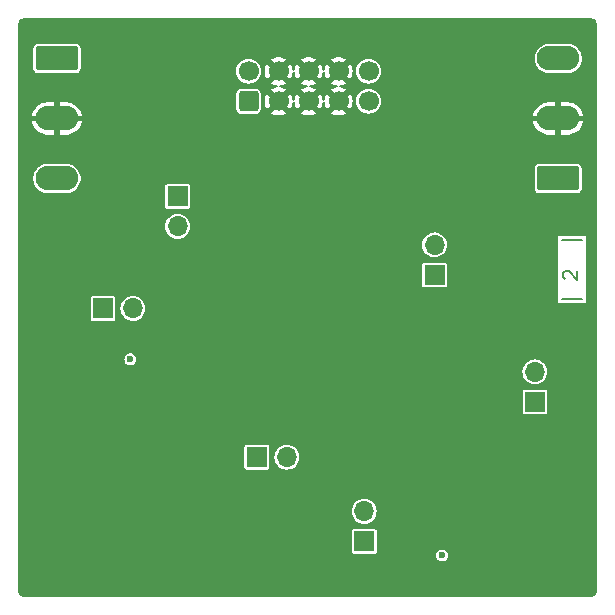
<source format=gbr>
%TF.GenerationSoftware,KiCad,Pcbnew,8.0.1*%
%TF.CreationDate,2024-07-21T18:07:33+02:00*%
%TF.ProjectId,byp,6279702e-6b69-4636-9164-5f7063625858,rev?*%
%TF.SameCoordinates,Original*%
%TF.FileFunction,Copper,L2,Inr*%
%TF.FilePolarity,Positive*%
%FSLAX46Y46*%
G04 Gerber Fmt 4.6, Leading zero omitted, Abs format (unit mm)*
G04 Created by KiCad (PCBNEW 8.0.1) date 2024-07-21 18:07:33*
%MOMM*%
%LPD*%
G01*
G04 APERTURE LIST*
G04 Aperture macros list*
%AMRoundRect*
0 Rectangle with rounded corners*
0 $1 Rounding radius*
0 $2 $3 $4 $5 $6 $7 $8 $9 X,Y pos of 4 corners*
0 Add a 4 corners polygon primitive as box body*
4,1,4,$2,$3,$4,$5,$6,$7,$8,$9,$2,$3,0*
0 Add four circle primitives for the rounded corners*
1,1,$1+$1,$2,$3*
1,1,$1+$1,$4,$5*
1,1,$1+$1,$6,$7*
1,1,$1+$1,$8,$9*
0 Add four rect primitives between the rounded corners*
20,1,$1+$1,$2,$3,$4,$5,0*
20,1,$1+$1,$4,$5,$6,$7,0*
20,1,$1+$1,$6,$7,$8,$9,0*
20,1,$1+$1,$8,$9,$2,$3,0*%
G04 Aperture macros list end*
%ADD10C,0.200000*%
%TA.AperFunction,NonConductor*%
%ADD11C,0.200000*%
%TD*%
%TA.AperFunction,ComponentPad*%
%ADD12R,1.700000X1.700000*%
%TD*%
%TA.AperFunction,ComponentPad*%
%ADD13O,1.700000X1.700000*%
%TD*%
%TA.AperFunction,ComponentPad*%
%ADD14RoundRect,0.249999X-1.550001X0.790001X-1.550001X-0.790001X1.550001X-0.790001X1.550001X0.790001X0*%
%TD*%
%TA.AperFunction,ComponentPad*%
%ADD15O,3.600000X2.080000*%
%TD*%
%TA.AperFunction,ComponentPad*%
%ADD16RoundRect,0.250000X0.600000X-0.600000X0.600000X0.600000X-0.600000X0.600000X-0.600000X-0.600000X0*%
%TD*%
%TA.AperFunction,ComponentPad*%
%ADD17C,1.700000*%
%TD*%
%TA.AperFunction,ComponentPad*%
%ADD18RoundRect,0.249999X1.550001X-0.790001X1.550001X0.790001X-1.550001X0.790001X-1.550001X-0.790001X0*%
%TD*%
%TA.AperFunction,ViaPad*%
%ADD19C,0.600000*%
%TD*%
G04 APERTURE END LIST*
D10*
D11*
X123242742Y-74296993D02*
X121528457Y-74296993D01*
X121757028Y-72582707D02*
X121699885Y-72525564D01*
X121699885Y-72525564D02*
X121642742Y-72411279D01*
X121642742Y-72411279D02*
X121642742Y-72125564D01*
X121642742Y-72125564D02*
X121699885Y-72011279D01*
X121699885Y-72011279D02*
X121757028Y-71954136D01*
X121757028Y-71954136D02*
X121871314Y-71896993D01*
X121871314Y-71896993D02*
X121985600Y-71896993D01*
X121985600Y-71896993D02*
X122157028Y-71954136D01*
X122157028Y-71954136D02*
X122842742Y-72639850D01*
X122842742Y-72639850D02*
X122842742Y-71896993D01*
X123242742Y-69268421D02*
X121528457Y-69268421D01*
D12*
%TO.N,/V-in*%
%TO.C,J6*%
X82675000Y-75075000D03*
D13*
%TO.N,/IN2*%
X85215000Y-75075000D03*
%TD*%
D12*
%TO.N,/OUT1*%
%TO.C,J5*%
X110750000Y-72250000D03*
D13*
%TO.N,Net-(J2-Pin_3)*%
X110750000Y-69710000D03*
%TD*%
D12*
%TO.N,/V+in*%
%TO.C,J4*%
X89000000Y-65600000D03*
D13*
%TO.N,/In1*%
X89000000Y-68140000D03*
%TD*%
D14*
%TO.N,/V+in*%
%TO.C,J1*%
X78777500Y-53920000D03*
D15*
%TO.N,GND*%
X78777500Y-59000000D03*
%TO.N,/V-in*%
X78777500Y-64080000D03*
%TD*%
D16*
%TO.N,/V-in*%
%TO.C,J3*%
X95000000Y-57540000D03*
D17*
X95000000Y-55000000D03*
%TO.N,GND*%
X97540000Y-57540000D03*
X97540000Y-55000000D03*
X100080000Y-57540000D03*
X100080000Y-55000000D03*
X102620000Y-57540000D03*
X102620000Y-55000000D03*
%TO.N,/V+in*%
X105160000Y-57540000D03*
X105160000Y-55000000D03*
%TD*%
D12*
%TO.N,/OUT3*%
%TO.C,J9*%
X119250000Y-83000000D03*
D13*
%TO.N,Net-(J2-Pin_1)*%
X119250000Y-80460000D03*
%TD*%
D12*
%TO.N,/OUT2*%
%TO.C,J7*%
X95710000Y-87675000D03*
D13*
%TO.N,Net-(J2-Pin_1)*%
X98250000Y-87675000D03*
%TD*%
D12*
%TO.N,/V-in*%
%TO.C,J8*%
X104800000Y-94800000D03*
D13*
%TO.N,/IN3*%
X104800000Y-92260000D03*
%TD*%
D18*
%TO.N,Net-(J2-Pin_1)*%
%TO.C,J2*%
X121222500Y-64080000D03*
D15*
%TO.N,GND*%
X121222500Y-59000000D03*
%TO.N,Net-(J2-Pin_3)*%
X121222500Y-53920000D03*
%TD*%
D19*
%TO.N,GND*%
X101500000Y-82500000D03*
X105000000Y-78500000D03*
X98500000Y-78500000D03*
X93000000Y-74000000D03*
X87500000Y-72000000D03*
X92000000Y-62000000D03*
X100500000Y-62000000D03*
X106000000Y-62000000D03*
X106000000Y-66000000D03*
X111500000Y-66000000D03*
X99500000Y-52500000D03*
X92500000Y-52500000D03*
X106000000Y-52500000D03*
X110500000Y-52500000D03*
X116500000Y-52500000D03*
X117000000Y-67000000D03*
X117000000Y-72000000D03*
X100500000Y-94000000D03*
X102000000Y-89000000D03*
X104500000Y-85000000D03*
X109000000Y-81000000D03*
X112000000Y-77000000D03*
X115800000Y-75600000D03*
X122500000Y-77000000D03*
X122500000Y-82000000D03*
X122500000Y-89000000D03*
X122500000Y-96000000D03*
X95500000Y-96000000D03*
X86000000Y-96000000D03*
X79000000Y-96000000D03*
X79000000Y-90000000D03*
X79000000Y-84000000D03*
X79000000Y-77500000D03*
X80000000Y-70000000D03*
X84500000Y-61500000D03*
X86500000Y-55500000D03*
X100000000Y-69600000D03*
X109500000Y-86750000D03*
X100500000Y-66350000D03*
X97700000Y-82575000D03*
X92200000Y-78325000D03*
X99200000Y-82575000D03*
X114250000Y-81500000D03*
X108000000Y-86750000D03*
X114250000Y-83250000D03*
X112500000Y-92500000D03*
X92200000Y-80075000D03*
X94200000Y-82575000D03*
X114250000Y-80000000D03*
X92200000Y-76825000D03*
X113500000Y-95500000D03*
X114250000Y-84750000D03*
X100500000Y-65100000D03*
X103000000Y-71600000D03*
X107500000Y-71600000D03*
X104000000Y-71600000D03*
X106500000Y-71600000D03*
X97750000Y-74350000D03*
X84950000Y-82075000D03*
X95700000Y-82575000D03*
%TO.N,/OUT2*%
X85000000Y-79400000D03*
%TO.N,/OUT3*%
X111400000Y-96000000D03*
%TD*%
%TA.AperFunction,Conductor*%
%TO.N,GND*%
G36*
X98849150Y-55065320D02*
G01*
X98895120Y-55105698D01*
X98908578Y-55147115D01*
X98915123Y-55217754D01*
X98974969Y-55428091D01*
X99072443Y-55623846D01*
X99085417Y-55641027D01*
X99597037Y-55129407D01*
X99614075Y-55192993D01*
X99679901Y-55307007D01*
X99772993Y-55400099D01*
X99887007Y-55465925D01*
X99950589Y-55482962D01*
X99441200Y-55992352D01*
X99551770Y-56060814D01*
X99551775Y-56060817D01*
X99755696Y-56139816D01*
X99931531Y-56172686D01*
X99985257Y-56201964D01*
X100011513Y-56257229D01*
X100000270Y-56317373D01*
X99955823Y-56359422D01*
X99931531Y-56367314D01*
X99755696Y-56400183D01*
X99551775Y-56479182D01*
X99551773Y-56479183D01*
X99441200Y-56547646D01*
X99950591Y-57057037D01*
X99887007Y-57074075D01*
X99772993Y-57139901D01*
X99679901Y-57232993D01*
X99614075Y-57347007D01*
X99597037Y-57410590D01*
X99085417Y-56898970D01*
X99072451Y-56916141D01*
X99072442Y-56916156D01*
X98974969Y-57111908D01*
X98915123Y-57322245D01*
X98908578Y-57392884D01*
X98884382Y-57449082D01*
X98831774Y-57480325D01*
X98770850Y-57474679D01*
X98724880Y-57434301D01*
X98711422Y-57392884D01*
X98704876Y-57322245D01*
X98645030Y-57111908D01*
X98547557Y-56916155D01*
X98547551Y-56916145D01*
X98534581Y-56898971D01*
X98022962Y-57410589D01*
X98005925Y-57347007D01*
X97940099Y-57232993D01*
X97847007Y-57139901D01*
X97732993Y-57074075D01*
X97669407Y-57057036D01*
X98178797Y-56547647D01*
X98068222Y-56479182D01*
X97864303Y-56400183D01*
X97688468Y-56367314D01*
X97634742Y-56338036D01*
X97608486Y-56282771D01*
X97619729Y-56222627D01*
X97664176Y-56180578D01*
X97688468Y-56172686D01*
X97864303Y-56139816D01*
X98068226Y-56060816D01*
X98068232Y-56060813D01*
X98178798Y-55992352D01*
X97669408Y-55482962D01*
X97732993Y-55465925D01*
X97847007Y-55400099D01*
X97940099Y-55307007D01*
X98005925Y-55192993D01*
X98022962Y-55129408D01*
X98534581Y-55641027D01*
X98547551Y-55623854D01*
X98547555Y-55623848D01*
X98645030Y-55428091D01*
X98704876Y-55217754D01*
X98711422Y-55147115D01*
X98735618Y-55090917D01*
X98788226Y-55059674D01*
X98849150Y-55065320D01*
G37*
%TD.AperFunction*%
%TA.AperFunction,Conductor*%
G36*
X101389150Y-55065320D02*
G01*
X101435120Y-55105698D01*
X101448578Y-55147115D01*
X101455123Y-55217754D01*
X101514969Y-55428091D01*
X101612443Y-55623846D01*
X101625417Y-55641027D01*
X102137037Y-55129407D01*
X102154075Y-55192993D01*
X102219901Y-55307007D01*
X102312993Y-55400099D01*
X102427007Y-55465925D01*
X102490589Y-55482962D01*
X101981200Y-55992352D01*
X102091770Y-56060814D01*
X102091775Y-56060817D01*
X102295696Y-56139816D01*
X102471531Y-56172686D01*
X102525257Y-56201964D01*
X102551513Y-56257229D01*
X102540270Y-56317373D01*
X102495823Y-56359422D01*
X102471531Y-56367314D01*
X102295696Y-56400183D01*
X102091775Y-56479182D01*
X102091773Y-56479183D01*
X101981200Y-56547646D01*
X102490591Y-57057037D01*
X102427007Y-57074075D01*
X102312993Y-57139901D01*
X102219901Y-57232993D01*
X102154075Y-57347007D01*
X102137037Y-57410590D01*
X101625417Y-56898970D01*
X101612451Y-56916141D01*
X101612442Y-56916156D01*
X101514969Y-57111908D01*
X101455123Y-57322245D01*
X101448578Y-57392884D01*
X101424382Y-57449082D01*
X101371774Y-57480325D01*
X101310850Y-57474679D01*
X101264880Y-57434301D01*
X101251422Y-57392884D01*
X101244876Y-57322245D01*
X101185030Y-57111908D01*
X101087557Y-56916155D01*
X101087551Y-56916145D01*
X101074581Y-56898971D01*
X100562962Y-57410589D01*
X100545925Y-57347007D01*
X100480099Y-57232993D01*
X100387007Y-57139901D01*
X100272993Y-57074075D01*
X100209407Y-57057036D01*
X100718797Y-56547647D01*
X100608222Y-56479182D01*
X100404303Y-56400183D01*
X100228468Y-56367314D01*
X100174742Y-56338036D01*
X100148486Y-56282771D01*
X100159729Y-56222627D01*
X100204176Y-56180578D01*
X100228468Y-56172686D01*
X100404303Y-56139816D01*
X100608226Y-56060816D01*
X100608232Y-56060813D01*
X100718798Y-55992352D01*
X100209408Y-55482962D01*
X100272993Y-55465925D01*
X100387007Y-55400099D01*
X100480099Y-55307007D01*
X100545925Y-55192993D01*
X100562962Y-55129408D01*
X101074581Y-55641027D01*
X101087551Y-55623854D01*
X101087555Y-55623848D01*
X101185030Y-55428091D01*
X101244876Y-55217754D01*
X101251422Y-55147115D01*
X101275618Y-55090917D01*
X101328226Y-55059674D01*
X101389150Y-55065320D01*
G37*
%TD.AperFunction*%
%TA.AperFunction,Conductor*%
G36*
X124005512Y-50501121D02*
G01*
X124100073Y-50511775D01*
X124121669Y-50516705D01*
X124206202Y-50546283D01*
X124226168Y-50555899D01*
X124264079Y-50579720D01*
X124301987Y-50603540D01*
X124319319Y-50617361D01*
X124382638Y-50680680D01*
X124396459Y-50698012D01*
X124444098Y-50773828D01*
X124453718Y-50793803D01*
X124483293Y-50878326D01*
X124488225Y-50899938D01*
X124498877Y-50994470D01*
X124499500Y-51005555D01*
X124499500Y-98994444D01*
X124498877Y-99005529D01*
X124488225Y-99100061D01*
X124483293Y-99121673D01*
X124453718Y-99206196D01*
X124444098Y-99226171D01*
X124396459Y-99301987D01*
X124382638Y-99319319D01*
X124319319Y-99382638D01*
X124301987Y-99396459D01*
X124226171Y-99444098D01*
X124206196Y-99453718D01*
X124121673Y-99483293D01*
X124100061Y-99488225D01*
X124005529Y-99498877D01*
X123994444Y-99499500D01*
X76005556Y-99499500D01*
X75994471Y-99498877D01*
X75899938Y-99488225D01*
X75878326Y-99483293D01*
X75793803Y-99453718D01*
X75773828Y-99444098D01*
X75698012Y-99396459D01*
X75680680Y-99382638D01*
X75617361Y-99319319D01*
X75603540Y-99301987D01*
X75555901Y-99226171D01*
X75546283Y-99206202D01*
X75516705Y-99121669D01*
X75511775Y-99100073D01*
X75501121Y-99005512D01*
X75500500Y-98994444D01*
X75500500Y-96000002D01*
X110894353Y-96000002D01*
X110914834Y-96142456D01*
X110974622Y-96273371D01*
X110974623Y-96273373D01*
X111068872Y-96382143D01*
X111068873Y-96382144D01*
X111189942Y-96459950D01*
X111189947Y-96459953D01*
X111296403Y-96491211D01*
X111328035Y-96500499D01*
X111328036Y-96500499D01*
X111328039Y-96500500D01*
X111328041Y-96500500D01*
X111471959Y-96500500D01*
X111471961Y-96500500D01*
X111610053Y-96459953D01*
X111731128Y-96382143D01*
X111825377Y-96273373D01*
X111885165Y-96142457D01*
X111905647Y-96000000D01*
X111885165Y-95857543D01*
X111825377Y-95726627D01*
X111731128Y-95617857D01*
X111731127Y-95617856D01*
X111731126Y-95617855D01*
X111610057Y-95540049D01*
X111610054Y-95540047D01*
X111610053Y-95540047D01*
X111610050Y-95540046D01*
X111471964Y-95499500D01*
X111471961Y-95499500D01*
X111328039Y-95499500D01*
X111328035Y-95499500D01*
X111189949Y-95540046D01*
X111189942Y-95540049D01*
X111068873Y-95617855D01*
X110974622Y-95726628D01*
X110914834Y-95857543D01*
X110894353Y-95999997D01*
X110894353Y-96000002D01*
X75500500Y-96000002D01*
X75500500Y-95669746D01*
X103749500Y-95669746D01*
X103749501Y-95669758D01*
X103760814Y-95726627D01*
X103761133Y-95728231D01*
X103805448Y-95794552D01*
X103871769Y-95838867D01*
X103916231Y-95847711D01*
X103930241Y-95850498D01*
X103930246Y-95850498D01*
X103930252Y-95850500D01*
X103930253Y-95850500D01*
X105669747Y-95850500D01*
X105669748Y-95850500D01*
X105728231Y-95838867D01*
X105794552Y-95794552D01*
X105838867Y-95728231D01*
X105850500Y-95669748D01*
X105850500Y-93930252D01*
X105838867Y-93871769D01*
X105794552Y-93805448D01*
X105794548Y-93805445D01*
X105728233Y-93761134D01*
X105728231Y-93761133D01*
X105728228Y-93761132D01*
X105728227Y-93761132D01*
X105669758Y-93749501D01*
X105669748Y-93749500D01*
X103930252Y-93749500D01*
X103930251Y-93749500D01*
X103930241Y-93749501D01*
X103871772Y-93761132D01*
X103871766Y-93761134D01*
X103805451Y-93805445D01*
X103805445Y-93805451D01*
X103761134Y-93871766D01*
X103761132Y-93871772D01*
X103749501Y-93930241D01*
X103749500Y-93930253D01*
X103749500Y-95669746D01*
X75500500Y-95669746D01*
X75500500Y-92260003D01*
X103744417Y-92260003D01*
X103764698Y-92465929D01*
X103764699Y-92465934D01*
X103824768Y-92663954D01*
X103922316Y-92846452D01*
X104053585Y-93006404D01*
X104053590Y-93006410D01*
X104053595Y-93006414D01*
X104213547Y-93137683D01*
X104213548Y-93137683D01*
X104213550Y-93137685D01*
X104396046Y-93235232D01*
X104533997Y-93277078D01*
X104594065Y-93295300D01*
X104594070Y-93295301D01*
X104799997Y-93315583D01*
X104800000Y-93315583D01*
X104800003Y-93315583D01*
X105005929Y-93295301D01*
X105005934Y-93295300D01*
X105203954Y-93235232D01*
X105386450Y-93137685D01*
X105546410Y-93006410D01*
X105677685Y-92846450D01*
X105775232Y-92663954D01*
X105835300Y-92465934D01*
X105835301Y-92465929D01*
X105855583Y-92260003D01*
X105855583Y-92259996D01*
X105835301Y-92054070D01*
X105835300Y-92054065D01*
X105817078Y-91993997D01*
X105775232Y-91856046D01*
X105677685Y-91673550D01*
X105546410Y-91513590D01*
X105546404Y-91513585D01*
X105386452Y-91382316D01*
X105203954Y-91284768D01*
X105005934Y-91224699D01*
X105005929Y-91224698D01*
X104800003Y-91204417D01*
X104799997Y-91204417D01*
X104594070Y-91224698D01*
X104594065Y-91224699D01*
X104396045Y-91284768D01*
X104213547Y-91382316D01*
X104053595Y-91513585D01*
X104053585Y-91513595D01*
X103922316Y-91673547D01*
X103824768Y-91856045D01*
X103764699Y-92054065D01*
X103764698Y-92054070D01*
X103744417Y-92259996D01*
X103744417Y-92260003D01*
X75500500Y-92260003D01*
X75500500Y-88544746D01*
X94659500Y-88544746D01*
X94659501Y-88544758D01*
X94671132Y-88603227D01*
X94671134Y-88603233D01*
X94715445Y-88669548D01*
X94715448Y-88669552D01*
X94781769Y-88713867D01*
X94826231Y-88722711D01*
X94840241Y-88725498D01*
X94840246Y-88725498D01*
X94840252Y-88725500D01*
X94840253Y-88725500D01*
X96579747Y-88725500D01*
X96579748Y-88725500D01*
X96638231Y-88713867D01*
X96704552Y-88669552D01*
X96748867Y-88603231D01*
X96760500Y-88544748D01*
X96760500Y-87675003D01*
X97194417Y-87675003D01*
X97214698Y-87880929D01*
X97214699Y-87880934D01*
X97274768Y-88078954D01*
X97372316Y-88261452D01*
X97503585Y-88421404D01*
X97503590Y-88421410D01*
X97503595Y-88421414D01*
X97663547Y-88552683D01*
X97663548Y-88552683D01*
X97663550Y-88552685D01*
X97846046Y-88650232D01*
X97983997Y-88692078D01*
X98044065Y-88710300D01*
X98044070Y-88710301D01*
X98249997Y-88730583D01*
X98250000Y-88730583D01*
X98250003Y-88730583D01*
X98455929Y-88710301D01*
X98455934Y-88710300D01*
X98653954Y-88650232D01*
X98836450Y-88552685D01*
X98996410Y-88421410D01*
X99127685Y-88261450D01*
X99225232Y-88078954D01*
X99285300Y-87880934D01*
X99285301Y-87880929D01*
X99305583Y-87675003D01*
X99305583Y-87674996D01*
X99285301Y-87469070D01*
X99285300Y-87469065D01*
X99267078Y-87408997D01*
X99225232Y-87271046D01*
X99127685Y-87088550D01*
X98996410Y-86928590D01*
X98846123Y-86805253D01*
X98836452Y-86797316D01*
X98653954Y-86699768D01*
X98455934Y-86639699D01*
X98455929Y-86639698D01*
X98250003Y-86619417D01*
X98249997Y-86619417D01*
X98044070Y-86639698D01*
X98044065Y-86639699D01*
X97846045Y-86699768D01*
X97663547Y-86797316D01*
X97503595Y-86928585D01*
X97503585Y-86928595D01*
X97372316Y-87088547D01*
X97274768Y-87271045D01*
X97214699Y-87469065D01*
X97214698Y-87469070D01*
X97194417Y-87674996D01*
X97194417Y-87675003D01*
X96760500Y-87675003D01*
X96760500Y-86805252D01*
X96758921Y-86797316D01*
X96757711Y-86791231D01*
X96748867Y-86746769D01*
X96704552Y-86680448D01*
X96704548Y-86680445D01*
X96638233Y-86636134D01*
X96638231Y-86636133D01*
X96638228Y-86636132D01*
X96638227Y-86636132D01*
X96579758Y-86624501D01*
X96579748Y-86624500D01*
X94840252Y-86624500D01*
X94840251Y-86624500D01*
X94840241Y-86624501D01*
X94781772Y-86636132D01*
X94781766Y-86636134D01*
X94715451Y-86680445D01*
X94715445Y-86680451D01*
X94671134Y-86746766D01*
X94671132Y-86746772D01*
X94659501Y-86805241D01*
X94659500Y-86805253D01*
X94659500Y-88544746D01*
X75500500Y-88544746D01*
X75500500Y-83869746D01*
X118199500Y-83869746D01*
X118199501Y-83869758D01*
X118211132Y-83928227D01*
X118211133Y-83928231D01*
X118255448Y-83994552D01*
X118321769Y-84038867D01*
X118366231Y-84047711D01*
X118380241Y-84050498D01*
X118380246Y-84050498D01*
X118380252Y-84050500D01*
X118380253Y-84050500D01*
X120119747Y-84050500D01*
X120119748Y-84050500D01*
X120178231Y-84038867D01*
X120244552Y-83994552D01*
X120288867Y-83928231D01*
X120300500Y-83869748D01*
X120300500Y-82130252D01*
X120288867Y-82071769D01*
X120244552Y-82005448D01*
X120244548Y-82005445D01*
X120178233Y-81961134D01*
X120178231Y-81961133D01*
X120178228Y-81961132D01*
X120178227Y-81961132D01*
X120119758Y-81949501D01*
X120119748Y-81949500D01*
X118380252Y-81949500D01*
X118380251Y-81949500D01*
X118380241Y-81949501D01*
X118321772Y-81961132D01*
X118321766Y-81961134D01*
X118255451Y-82005445D01*
X118255445Y-82005451D01*
X118211134Y-82071766D01*
X118211132Y-82071772D01*
X118199501Y-82130241D01*
X118199500Y-82130253D01*
X118199500Y-83869746D01*
X75500500Y-83869746D01*
X75500500Y-80460003D01*
X118194417Y-80460003D01*
X118214698Y-80665929D01*
X118214699Y-80665934D01*
X118274768Y-80863954D01*
X118372316Y-81046452D01*
X118503585Y-81206404D01*
X118503590Y-81206410D01*
X118503595Y-81206414D01*
X118663547Y-81337683D01*
X118663548Y-81337683D01*
X118663550Y-81337685D01*
X118846046Y-81435232D01*
X118983997Y-81477078D01*
X119044065Y-81495300D01*
X119044070Y-81495301D01*
X119249997Y-81515583D01*
X119250000Y-81515583D01*
X119250003Y-81515583D01*
X119455929Y-81495301D01*
X119455934Y-81495300D01*
X119653954Y-81435232D01*
X119836450Y-81337685D01*
X119996410Y-81206410D01*
X120127685Y-81046450D01*
X120225232Y-80863954D01*
X120285300Y-80665934D01*
X120285301Y-80665929D01*
X120305583Y-80460003D01*
X120305583Y-80459996D01*
X120285301Y-80254070D01*
X120285300Y-80254065D01*
X120267078Y-80193997D01*
X120225232Y-80056046D01*
X120127685Y-79873550D01*
X120116526Y-79859953D01*
X119996414Y-79713595D01*
X119996410Y-79713590D01*
X119947403Y-79673371D01*
X119836452Y-79582316D01*
X119653954Y-79484768D01*
X119455934Y-79424699D01*
X119455929Y-79424698D01*
X119250003Y-79404417D01*
X119249997Y-79404417D01*
X119044070Y-79424698D01*
X119044065Y-79424699D01*
X118846045Y-79484768D01*
X118663547Y-79582316D01*
X118503595Y-79713585D01*
X118503585Y-79713595D01*
X118372316Y-79873547D01*
X118274768Y-80056045D01*
X118214699Y-80254065D01*
X118214698Y-80254070D01*
X118194417Y-80459996D01*
X118194417Y-80460003D01*
X75500500Y-80460003D01*
X75500500Y-79400002D01*
X84494353Y-79400002D01*
X84514834Y-79542456D01*
X84533038Y-79582316D01*
X84574623Y-79673373D01*
X84668872Y-79782143D01*
X84668873Y-79782144D01*
X84789942Y-79859950D01*
X84789947Y-79859953D01*
X84896403Y-79891211D01*
X84928035Y-79900499D01*
X84928036Y-79900499D01*
X84928039Y-79900500D01*
X84928041Y-79900500D01*
X85071959Y-79900500D01*
X85071961Y-79900500D01*
X85210053Y-79859953D01*
X85331128Y-79782143D01*
X85425377Y-79673373D01*
X85485165Y-79542457D01*
X85505647Y-79400000D01*
X85485165Y-79257543D01*
X85425377Y-79126627D01*
X85331128Y-79017857D01*
X85331127Y-79017856D01*
X85331126Y-79017855D01*
X85210057Y-78940049D01*
X85210054Y-78940047D01*
X85210053Y-78940047D01*
X85210050Y-78940046D01*
X85071964Y-78899500D01*
X85071961Y-78899500D01*
X84928039Y-78899500D01*
X84928035Y-78899500D01*
X84789949Y-78940046D01*
X84789942Y-78940049D01*
X84668873Y-79017855D01*
X84574622Y-79126628D01*
X84514834Y-79257543D01*
X84494353Y-79399997D01*
X84494353Y-79400002D01*
X75500500Y-79400002D01*
X75500500Y-75944746D01*
X81624500Y-75944746D01*
X81624501Y-75944758D01*
X81636132Y-76003227D01*
X81636134Y-76003233D01*
X81680445Y-76069548D01*
X81680448Y-76069552D01*
X81746769Y-76113867D01*
X81791231Y-76122711D01*
X81805241Y-76125498D01*
X81805246Y-76125498D01*
X81805252Y-76125500D01*
X81805253Y-76125500D01*
X83544747Y-76125500D01*
X83544748Y-76125500D01*
X83603231Y-76113867D01*
X83669552Y-76069552D01*
X83713867Y-76003231D01*
X83725500Y-75944748D01*
X83725500Y-75075003D01*
X84159417Y-75075003D01*
X84179698Y-75280929D01*
X84179699Y-75280934D01*
X84239768Y-75478954D01*
X84337316Y-75661452D01*
X84468585Y-75821404D01*
X84468590Y-75821410D01*
X84468595Y-75821414D01*
X84628547Y-75952683D01*
X84628548Y-75952683D01*
X84628550Y-75952685D01*
X84811046Y-76050232D01*
X84948997Y-76092078D01*
X85009065Y-76110300D01*
X85009070Y-76110301D01*
X85214997Y-76130583D01*
X85215000Y-76130583D01*
X85215003Y-76130583D01*
X85420929Y-76110301D01*
X85420934Y-76110300D01*
X85618954Y-76050232D01*
X85801450Y-75952685D01*
X85961410Y-75821410D01*
X86092685Y-75661450D01*
X86190232Y-75478954D01*
X86250300Y-75280934D01*
X86250301Y-75280929D01*
X86270583Y-75075003D01*
X86270583Y-75074996D01*
X86250301Y-74869070D01*
X86250300Y-74869065D01*
X86232078Y-74808997D01*
X86190232Y-74671046D01*
X86092685Y-74488550D01*
X85961410Y-74328590D01*
X85811123Y-74205253D01*
X85801452Y-74197316D01*
X85618954Y-74099768D01*
X85420934Y-74039699D01*
X85420929Y-74039698D01*
X85215003Y-74019417D01*
X85214997Y-74019417D01*
X85009070Y-74039698D01*
X85009065Y-74039699D01*
X84811045Y-74099768D01*
X84628547Y-74197316D01*
X84468595Y-74328585D01*
X84468585Y-74328595D01*
X84337316Y-74488547D01*
X84239768Y-74671045D01*
X84179699Y-74869065D01*
X84179698Y-74869070D01*
X84159417Y-75074996D01*
X84159417Y-75075003D01*
X83725500Y-75075003D01*
X83725500Y-74205252D01*
X83723921Y-74197316D01*
X83722711Y-74191231D01*
X83713867Y-74146769D01*
X83669552Y-74080448D01*
X83669548Y-74080445D01*
X83603233Y-74036134D01*
X83603231Y-74036133D01*
X83603228Y-74036132D01*
X83603227Y-74036132D01*
X83544758Y-74024501D01*
X83544748Y-74024500D01*
X81805252Y-74024500D01*
X81805251Y-74024500D01*
X81805241Y-74024501D01*
X81746772Y-74036132D01*
X81746766Y-74036134D01*
X81680451Y-74080445D01*
X81680445Y-74080451D01*
X81636134Y-74146766D01*
X81636132Y-74146772D01*
X81624501Y-74205241D01*
X81624500Y-74205253D01*
X81624500Y-75944746D01*
X75500500Y-75944746D01*
X75500500Y-73119746D01*
X109699500Y-73119746D01*
X109699501Y-73119758D01*
X109711132Y-73178227D01*
X109711133Y-73178231D01*
X109755448Y-73244552D01*
X109821769Y-73288867D01*
X109866231Y-73297711D01*
X109880241Y-73300498D01*
X109880246Y-73300498D01*
X109880252Y-73300500D01*
X109880253Y-73300500D01*
X111619747Y-73300500D01*
X111619748Y-73300500D01*
X111678231Y-73288867D01*
X111744552Y-73244552D01*
X111788867Y-73178231D01*
X111800500Y-73119748D01*
X111800500Y-71380252D01*
X111788867Y-71321769D01*
X111744552Y-71255448D01*
X111744548Y-71255445D01*
X111678233Y-71211134D01*
X111678231Y-71211133D01*
X111678228Y-71211132D01*
X111678227Y-71211132D01*
X111619758Y-71199501D01*
X111619748Y-71199500D01*
X109880252Y-71199500D01*
X109880251Y-71199500D01*
X109880241Y-71199501D01*
X109821772Y-71211132D01*
X109821766Y-71211134D01*
X109755451Y-71255445D01*
X109755445Y-71255451D01*
X109711134Y-71321766D01*
X109711132Y-71321772D01*
X109699501Y-71380241D01*
X109699500Y-71380253D01*
X109699500Y-73119746D01*
X75500500Y-73119746D01*
X75500500Y-69710003D01*
X109694417Y-69710003D01*
X109714698Y-69915929D01*
X109714699Y-69915934D01*
X109774768Y-70113954D01*
X109872316Y-70296452D01*
X110003585Y-70456404D01*
X110003590Y-70456410D01*
X110003595Y-70456414D01*
X110163547Y-70587683D01*
X110163548Y-70587683D01*
X110163550Y-70587685D01*
X110346046Y-70685232D01*
X110483997Y-70727078D01*
X110544065Y-70745300D01*
X110544070Y-70745301D01*
X110749997Y-70765583D01*
X110750000Y-70765583D01*
X110750003Y-70765583D01*
X110955929Y-70745301D01*
X110955934Y-70745300D01*
X111153954Y-70685232D01*
X111336450Y-70587685D01*
X111496410Y-70456410D01*
X111627685Y-70296450D01*
X111725232Y-70113954D01*
X111785300Y-69915934D01*
X111785301Y-69915929D01*
X111805583Y-69710003D01*
X111805583Y-69709996D01*
X111785301Y-69504070D01*
X111785300Y-69504065D01*
X111767078Y-69443997D01*
X111725232Y-69306046D01*
X111627685Y-69123550D01*
X111496410Y-68963590D01*
X111495595Y-68962921D01*
X121222957Y-68962921D01*
X121222957Y-74602493D01*
X121222958Y-74602493D01*
X123548241Y-74602493D01*
X123548242Y-74602493D01*
X123548242Y-68962921D01*
X121222957Y-68962921D01*
X111495595Y-68962921D01*
X111336452Y-68832316D01*
X111153954Y-68734768D01*
X110955934Y-68674699D01*
X110955929Y-68674698D01*
X110750003Y-68654417D01*
X110749997Y-68654417D01*
X110544070Y-68674698D01*
X110544065Y-68674699D01*
X110346045Y-68734768D01*
X110163547Y-68832316D01*
X110003595Y-68963585D01*
X110003585Y-68963595D01*
X109872316Y-69123547D01*
X109774768Y-69306045D01*
X109714699Y-69504065D01*
X109714698Y-69504070D01*
X109694417Y-69709996D01*
X109694417Y-69710003D01*
X75500500Y-69710003D01*
X75500500Y-68140003D01*
X87944417Y-68140003D01*
X87964698Y-68345929D01*
X87964699Y-68345934D01*
X88024768Y-68543954D01*
X88122316Y-68726452D01*
X88209196Y-68832316D01*
X88253590Y-68886410D01*
X88253595Y-68886414D01*
X88413547Y-69017683D01*
X88413548Y-69017683D01*
X88413550Y-69017685D01*
X88596046Y-69115232D01*
X88733997Y-69157078D01*
X88794065Y-69175300D01*
X88794070Y-69175301D01*
X88999997Y-69195583D01*
X89000000Y-69195583D01*
X89000003Y-69195583D01*
X89205929Y-69175301D01*
X89205934Y-69175300D01*
X89403954Y-69115232D01*
X89586450Y-69017685D01*
X89746410Y-68886410D01*
X89877685Y-68726450D01*
X89975232Y-68543954D01*
X90035300Y-68345934D01*
X90035301Y-68345929D01*
X90055583Y-68140003D01*
X90055583Y-68139996D01*
X90035301Y-67934070D01*
X90035300Y-67934065D01*
X90017078Y-67873997D01*
X89975232Y-67736046D01*
X89877685Y-67553550D01*
X89746410Y-67393590D01*
X89746404Y-67393585D01*
X89586452Y-67262316D01*
X89403954Y-67164768D01*
X89205934Y-67104699D01*
X89205929Y-67104698D01*
X89000003Y-67084417D01*
X88999997Y-67084417D01*
X88794070Y-67104698D01*
X88794065Y-67104699D01*
X88596045Y-67164768D01*
X88413547Y-67262316D01*
X88253595Y-67393585D01*
X88253585Y-67393595D01*
X88122316Y-67553547D01*
X88024768Y-67736045D01*
X87964699Y-67934065D01*
X87964698Y-67934070D01*
X87944417Y-68139996D01*
X87944417Y-68140003D01*
X75500500Y-68140003D01*
X75500500Y-66469746D01*
X87949500Y-66469746D01*
X87949501Y-66469758D01*
X87961132Y-66528227D01*
X87961133Y-66528231D01*
X88005448Y-66594552D01*
X88071769Y-66638867D01*
X88116231Y-66647711D01*
X88130241Y-66650498D01*
X88130246Y-66650498D01*
X88130252Y-66650500D01*
X88130253Y-66650500D01*
X89869747Y-66650500D01*
X89869748Y-66650500D01*
X89928231Y-66638867D01*
X89994552Y-66594552D01*
X90038867Y-66528231D01*
X90050500Y-66469748D01*
X90050500Y-64924267D01*
X119222000Y-64924267D01*
X119224853Y-64954696D01*
X119224853Y-64954698D01*
X119224854Y-64954700D01*
X119249872Y-65026198D01*
X119269708Y-65082886D01*
X119350345Y-65192145D01*
X119350354Y-65192154D01*
X119459615Y-65272792D01*
X119459616Y-65272792D01*
X119459617Y-65272793D01*
X119587800Y-65317646D01*
X119618233Y-65320500D01*
X122826766Y-65320499D01*
X122826767Y-65320499D01*
X122832852Y-65319928D01*
X122857200Y-65317646D01*
X122985383Y-65272793D01*
X122985386Y-65272791D01*
X123094645Y-65192154D01*
X123094646Y-65192152D01*
X123094650Y-65192150D01*
X123175293Y-65082883D01*
X123220146Y-64954700D01*
X123223000Y-64924267D01*
X123222999Y-63235734D01*
X123220146Y-63205300D01*
X123175293Y-63077117D01*
X123175291Y-63077115D01*
X123175291Y-63077113D01*
X123094654Y-62967854D01*
X123094645Y-62967845D01*
X122985384Y-62887207D01*
X122857204Y-62842355D01*
X122857195Y-62842353D01*
X122826774Y-62839500D01*
X119618232Y-62839500D01*
X119587803Y-62842353D01*
X119459613Y-62887208D01*
X119350354Y-62967845D01*
X119350345Y-62967854D01*
X119269707Y-63077115D01*
X119224855Y-63205295D01*
X119224853Y-63205304D01*
X119222000Y-63235724D01*
X119222000Y-64924267D01*
X90050500Y-64924267D01*
X90050500Y-64730252D01*
X90050482Y-64730164D01*
X90047711Y-64716231D01*
X90038867Y-64671769D01*
X89994552Y-64605448D01*
X89994548Y-64605445D01*
X89928233Y-64561134D01*
X89928231Y-64561133D01*
X89928228Y-64561132D01*
X89928227Y-64561132D01*
X89869758Y-64549501D01*
X89869748Y-64549500D01*
X88130252Y-64549500D01*
X88130251Y-64549500D01*
X88130241Y-64549501D01*
X88071772Y-64561132D01*
X88071766Y-64561134D01*
X88005451Y-64605445D01*
X88005445Y-64605451D01*
X87961134Y-64671766D01*
X87961132Y-64671772D01*
X87949501Y-64730241D01*
X87949500Y-64730253D01*
X87949500Y-66469746D01*
X75500500Y-66469746D01*
X75500500Y-64177632D01*
X76777000Y-64177632D01*
X76807544Y-64370481D01*
X76867882Y-64556185D01*
X76926776Y-64671772D01*
X76956529Y-64730164D01*
X77071299Y-64888132D01*
X77209368Y-65026201D01*
X77367336Y-65140971D01*
X77541313Y-65229617D01*
X77727016Y-65289955D01*
X77804158Y-65302173D01*
X77919868Y-65320500D01*
X77919871Y-65320500D01*
X79635132Y-65320500D01*
X79731556Y-65305227D01*
X79827984Y-65289955D01*
X80013687Y-65229617D01*
X80187664Y-65140971D01*
X80345632Y-65026201D01*
X80483701Y-64888132D01*
X80598471Y-64730164D01*
X80687117Y-64556187D01*
X80747455Y-64370484D01*
X80778000Y-64177629D01*
X80778000Y-63982371D01*
X80778000Y-63982367D01*
X80747455Y-63789518D01*
X80747455Y-63789516D01*
X80687117Y-63603813D01*
X80598471Y-63429836D01*
X80483701Y-63271868D01*
X80345632Y-63133799D01*
X80187664Y-63019029D01*
X80187663Y-63019028D01*
X80187661Y-63019027D01*
X80013685Y-62930382D01*
X79827981Y-62870044D01*
X79635132Y-62839500D01*
X79635129Y-62839500D01*
X77919871Y-62839500D01*
X77919868Y-62839500D01*
X77727018Y-62870044D01*
X77541314Y-62930382D01*
X77367338Y-63019027D01*
X77288352Y-63076414D01*
X77209368Y-63133799D01*
X77071299Y-63271868D01*
X77013914Y-63350852D01*
X76956527Y-63429838D01*
X76867882Y-63603814D01*
X76807544Y-63789518D01*
X76777000Y-63982367D01*
X76777000Y-64177632D01*
X75500500Y-64177632D01*
X75500500Y-59250000D01*
X76670019Y-59250000D01*
X76681232Y-59320804D01*
X76747871Y-59525897D01*
X76845769Y-59718033D01*
X76972522Y-59892493D01*
X77125006Y-60044977D01*
X77299466Y-60171730D01*
X77491602Y-60269628D01*
X77696695Y-60336267D01*
X77909676Y-60370000D01*
X78527499Y-60370000D01*
X78527500Y-60369999D01*
X78527500Y-59654120D01*
X78573318Y-59673099D01*
X78708556Y-59700000D01*
X78846444Y-59700000D01*
X78981682Y-59673099D01*
X79027500Y-59654120D01*
X79027500Y-60369999D01*
X79027501Y-60370000D01*
X79645324Y-60370000D01*
X79858304Y-60336267D01*
X80063397Y-60269628D01*
X80255533Y-60171730D01*
X80429993Y-60044977D01*
X80582477Y-59892493D01*
X80709230Y-59718033D01*
X80807128Y-59525897D01*
X80873767Y-59320804D01*
X80884981Y-59250000D01*
X119115019Y-59250000D01*
X119126232Y-59320804D01*
X119192871Y-59525897D01*
X119290769Y-59718033D01*
X119417522Y-59892493D01*
X119570006Y-60044977D01*
X119744466Y-60171730D01*
X119936602Y-60269628D01*
X120141695Y-60336267D01*
X120354676Y-60370000D01*
X120972499Y-60370000D01*
X120972500Y-60369999D01*
X120972500Y-59654120D01*
X121018318Y-59673099D01*
X121153556Y-59700000D01*
X121291444Y-59700000D01*
X121426682Y-59673099D01*
X121472500Y-59654120D01*
X121472500Y-60369999D01*
X121472501Y-60370000D01*
X122090324Y-60370000D01*
X122303304Y-60336267D01*
X122508397Y-60269628D01*
X122700533Y-60171730D01*
X122874993Y-60044977D01*
X123027477Y-59892493D01*
X123154230Y-59718033D01*
X123252128Y-59525897D01*
X123318767Y-59320804D01*
X123329981Y-59250000D01*
X121876621Y-59250000D01*
X121895599Y-59204182D01*
X121922500Y-59068944D01*
X121922500Y-58931056D01*
X121895599Y-58795818D01*
X121876621Y-58750000D01*
X123329981Y-58750000D01*
X123318767Y-58679195D01*
X123252128Y-58474102D01*
X123154230Y-58281966D01*
X123027477Y-58107506D01*
X122874993Y-57955022D01*
X122700533Y-57828269D01*
X122508397Y-57730371D01*
X122303304Y-57663732D01*
X122090324Y-57630000D01*
X121472501Y-57630000D01*
X121472500Y-57630001D01*
X121472500Y-58345879D01*
X121426682Y-58326901D01*
X121291444Y-58300000D01*
X121153556Y-58300000D01*
X121018318Y-58326901D01*
X120972500Y-58345879D01*
X120972500Y-57630001D01*
X120972499Y-57630000D01*
X120354676Y-57630000D01*
X120141695Y-57663732D01*
X119936602Y-57730371D01*
X119744466Y-57828269D01*
X119570006Y-57955022D01*
X119417522Y-58107506D01*
X119290769Y-58281966D01*
X119192871Y-58474102D01*
X119126232Y-58679195D01*
X119115019Y-58750000D01*
X120568379Y-58750000D01*
X120549401Y-58795818D01*
X120522500Y-58931056D01*
X120522500Y-59068944D01*
X120549401Y-59204182D01*
X120568379Y-59250000D01*
X119115019Y-59250000D01*
X80884981Y-59250000D01*
X79431621Y-59250000D01*
X79450599Y-59204182D01*
X79477500Y-59068944D01*
X79477500Y-58931056D01*
X79450599Y-58795818D01*
X79431621Y-58750000D01*
X80884981Y-58750000D01*
X80873767Y-58679195D01*
X80807128Y-58474102D01*
X80709230Y-58281966D01*
X80645518Y-58194274D01*
X93949500Y-58194274D01*
X93952353Y-58224694D01*
X93952355Y-58224703D01*
X93997207Y-58352883D01*
X94077845Y-58462144D01*
X94077847Y-58462146D01*
X94077850Y-58462150D01*
X94077853Y-58462152D01*
X94077855Y-58462154D01*
X94187116Y-58542792D01*
X94187117Y-58542792D01*
X94187118Y-58542793D01*
X94315301Y-58587646D01*
X94345725Y-58590499D01*
X94345727Y-58590500D01*
X94345734Y-58590500D01*
X95654273Y-58590500D01*
X95654273Y-58590499D01*
X95684699Y-58587646D01*
X95812882Y-58542793D01*
X95922150Y-58462150D01*
X96002793Y-58352882D01*
X96047646Y-58224699D01*
X96050499Y-58194273D01*
X96050500Y-58194273D01*
X96050500Y-57540000D01*
X96354945Y-57540000D01*
X96375123Y-57757754D01*
X96434969Y-57968091D01*
X96532443Y-58163846D01*
X96545417Y-58181027D01*
X97057037Y-57669407D01*
X97074075Y-57732993D01*
X97139901Y-57847007D01*
X97232993Y-57940099D01*
X97347007Y-58005925D01*
X97410589Y-58022962D01*
X96901200Y-58532352D01*
X97011770Y-58600814D01*
X97011775Y-58600817D01*
X97215696Y-58679816D01*
X97430657Y-58720000D01*
X97649343Y-58720000D01*
X97864303Y-58679816D01*
X98068226Y-58600816D01*
X98068232Y-58600813D01*
X98178798Y-58532352D01*
X97669408Y-58022962D01*
X97732993Y-58005925D01*
X97847007Y-57940099D01*
X97940099Y-57847007D01*
X98005925Y-57732993D01*
X98022962Y-57669408D01*
X98534581Y-58181027D01*
X98547551Y-58163854D01*
X98547555Y-58163848D01*
X98645030Y-57968091D01*
X98704876Y-57757754D01*
X98711422Y-57687115D01*
X98735618Y-57630917D01*
X98788226Y-57599674D01*
X98849150Y-57605320D01*
X98895120Y-57645698D01*
X98908578Y-57687115D01*
X98915123Y-57757754D01*
X98974969Y-57968091D01*
X99072443Y-58163846D01*
X99085417Y-58181027D01*
X99597037Y-57669407D01*
X99614075Y-57732993D01*
X99679901Y-57847007D01*
X99772993Y-57940099D01*
X99887007Y-58005925D01*
X99950589Y-58022962D01*
X99441200Y-58532352D01*
X99551770Y-58600814D01*
X99551775Y-58600817D01*
X99755696Y-58679816D01*
X99970657Y-58720000D01*
X100189343Y-58720000D01*
X100404303Y-58679816D01*
X100608226Y-58600816D01*
X100608232Y-58600813D01*
X100718798Y-58532352D01*
X100209408Y-58022962D01*
X100272993Y-58005925D01*
X100387007Y-57940099D01*
X100480099Y-57847007D01*
X100545925Y-57732993D01*
X100562962Y-57669408D01*
X101074581Y-58181027D01*
X101087551Y-58163854D01*
X101087555Y-58163848D01*
X101185030Y-57968091D01*
X101244876Y-57757754D01*
X101251422Y-57687115D01*
X101275618Y-57630917D01*
X101328226Y-57599674D01*
X101389150Y-57605320D01*
X101435120Y-57645698D01*
X101448578Y-57687115D01*
X101455123Y-57757754D01*
X101514969Y-57968091D01*
X101612443Y-58163846D01*
X101625417Y-58181027D01*
X102137037Y-57669407D01*
X102154075Y-57732993D01*
X102219901Y-57847007D01*
X102312993Y-57940099D01*
X102427007Y-58005925D01*
X102490589Y-58022962D01*
X101981200Y-58532352D01*
X102091770Y-58600814D01*
X102091775Y-58600817D01*
X102295696Y-58679816D01*
X102510657Y-58720000D01*
X102729343Y-58720000D01*
X102944303Y-58679816D01*
X103148226Y-58600816D01*
X103148232Y-58600813D01*
X103258798Y-58532352D01*
X102749408Y-58022962D01*
X102812993Y-58005925D01*
X102927007Y-57940099D01*
X103020099Y-57847007D01*
X103085925Y-57732993D01*
X103102962Y-57669408D01*
X103614581Y-58181027D01*
X103627551Y-58163854D01*
X103627555Y-58163848D01*
X103725030Y-57968091D01*
X103784876Y-57757754D01*
X103805054Y-57540003D01*
X104104417Y-57540003D01*
X104124698Y-57745929D01*
X104124699Y-57745934D01*
X104184768Y-57943954D01*
X104282316Y-58126452D01*
X104409943Y-58281966D01*
X104413590Y-58286410D01*
X104413595Y-58286414D01*
X104573547Y-58417683D01*
X104573548Y-58417683D01*
X104573550Y-58417685D01*
X104756046Y-58515232D01*
X104846904Y-58542793D01*
X104954065Y-58575300D01*
X104954070Y-58575301D01*
X105159997Y-58595583D01*
X105160000Y-58595583D01*
X105160003Y-58595583D01*
X105365929Y-58575301D01*
X105365934Y-58575300D01*
X105563954Y-58515232D01*
X105746450Y-58417685D01*
X105906410Y-58286410D01*
X106037685Y-58126450D01*
X106135232Y-57943954D01*
X106195300Y-57745934D01*
X106195301Y-57745929D01*
X106215583Y-57540003D01*
X106215583Y-57539996D01*
X106195301Y-57334070D01*
X106195300Y-57334065D01*
X106136401Y-57139901D01*
X106135232Y-57136046D01*
X106037685Y-56953550D01*
X106006984Y-56916141D01*
X105906414Y-56793595D01*
X105906410Y-56793590D01*
X105906404Y-56793585D01*
X105746452Y-56662316D01*
X105563954Y-56564768D01*
X105365934Y-56504699D01*
X105365929Y-56504698D01*
X105160003Y-56484417D01*
X105159997Y-56484417D01*
X104954070Y-56504698D01*
X104954065Y-56504699D01*
X104756045Y-56564768D01*
X104573547Y-56662316D01*
X104413595Y-56793585D01*
X104413585Y-56793595D01*
X104282316Y-56953547D01*
X104184768Y-57136045D01*
X104124699Y-57334065D01*
X104124698Y-57334070D01*
X104104417Y-57539996D01*
X104104417Y-57540003D01*
X103805054Y-57540003D01*
X103805054Y-57540000D01*
X103784876Y-57322245D01*
X103725030Y-57111908D01*
X103627557Y-56916155D01*
X103627551Y-56916145D01*
X103614581Y-56898971D01*
X103102962Y-57410589D01*
X103085925Y-57347007D01*
X103020099Y-57232993D01*
X102927007Y-57139901D01*
X102812993Y-57074075D01*
X102749407Y-57057036D01*
X103258797Y-56547647D01*
X103148222Y-56479182D01*
X102944303Y-56400183D01*
X102768468Y-56367314D01*
X102714742Y-56338036D01*
X102688486Y-56282771D01*
X102699729Y-56222627D01*
X102744176Y-56180578D01*
X102768468Y-56172686D01*
X102944303Y-56139816D01*
X103148226Y-56060816D01*
X103148232Y-56060813D01*
X103258798Y-55992352D01*
X102749408Y-55482962D01*
X102812993Y-55465925D01*
X102927007Y-55400099D01*
X103020099Y-55307007D01*
X103085925Y-55192993D01*
X103102962Y-55129408D01*
X103614581Y-55641027D01*
X103627551Y-55623854D01*
X103627555Y-55623848D01*
X103725030Y-55428091D01*
X103784876Y-55217754D01*
X103805054Y-55000003D01*
X104104417Y-55000003D01*
X104124698Y-55205929D01*
X104124699Y-55205934D01*
X104184768Y-55403954D01*
X104282316Y-55586452D01*
X104413585Y-55746404D01*
X104413590Y-55746410D01*
X104413595Y-55746414D01*
X104573547Y-55877683D01*
X104573548Y-55877683D01*
X104573550Y-55877685D01*
X104756046Y-55975232D01*
X104893997Y-56017078D01*
X104954065Y-56035300D01*
X104954070Y-56035301D01*
X105159997Y-56055583D01*
X105160000Y-56055583D01*
X105160003Y-56055583D01*
X105365929Y-56035301D01*
X105365934Y-56035300D01*
X105563954Y-55975232D01*
X105746450Y-55877685D01*
X105906410Y-55746410D01*
X106037685Y-55586450D01*
X106135232Y-55403954D01*
X106195300Y-55205934D01*
X106195301Y-55205929D01*
X106215583Y-55000003D01*
X106215583Y-54999996D01*
X106195301Y-54794070D01*
X106195300Y-54794065D01*
X106136401Y-54599901D01*
X106135232Y-54596046D01*
X106037685Y-54413550D01*
X106006984Y-54376141D01*
X105906414Y-54253595D01*
X105906410Y-54253590D01*
X105853885Y-54210484D01*
X105746452Y-54122316D01*
X105563954Y-54024768D01*
X105540430Y-54017632D01*
X119222000Y-54017632D01*
X119252544Y-54210481D01*
X119312882Y-54396185D01*
X119383140Y-54534075D01*
X119401529Y-54570164D01*
X119516299Y-54728132D01*
X119654368Y-54866201D01*
X119812336Y-54980971D01*
X119986313Y-55069617D01*
X120172016Y-55129955D01*
X120249158Y-55142173D01*
X120364868Y-55160500D01*
X120364871Y-55160500D01*
X122080132Y-55160500D01*
X122176556Y-55145227D01*
X122272984Y-55129955D01*
X122458687Y-55069617D01*
X122632664Y-54980971D01*
X122790632Y-54866201D01*
X122928701Y-54728132D01*
X123043471Y-54570164D01*
X123132117Y-54396187D01*
X123192455Y-54210484D01*
X123207727Y-54114056D01*
X123223000Y-54017632D01*
X123223000Y-53822367D01*
X123192455Y-53629518D01*
X123192455Y-53629516D01*
X123132117Y-53443813D01*
X123043471Y-53269836D01*
X122928701Y-53111868D01*
X122790632Y-52973799D01*
X122632664Y-52859029D01*
X122632663Y-52859028D01*
X122632661Y-52859027D01*
X122458685Y-52770382D01*
X122272981Y-52710044D01*
X122080132Y-52679500D01*
X122080129Y-52679500D01*
X120364871Y-52679500D01*
X120364868Y-52679500D01*
X120172018Y-52710044D01*
X119986314Y-52770382D01*
X119812338Y-52859027D01*
X119733352Y-52916414D01*
X119654368Y-52973799D01*
X119516299Y-53111868D01*
X119458914Y-53190852D01*
X119401527Y-53269838D01*
X119312882Y-53443814D01*
X119252544Y-53629518D01*
X119222000Y-53822367D01*
X119222000Y-54017632D01*
X105540430Y-54017632D01*
X105365934Y-53964699D01*
X105365929Y-53964698D01*
X105160003Y-53944417D01*
X105159997Y-53944417D01*
X104954070Y-53964698D01*
X104954065Y-53964699D01*
X104756045Y-54024768D01*
X104573547Y-54122316D01*
X104413595Y-54253585D01*
X104413585Y-54253595D01*
X104282316Y-54413547D01*
X104184768Y-54596045D01*
X104124699Y-54794065D01*
X104124698Y-54794070D01*
X104104417Y-54999996D01*
X104104417Y-55000003D01*
X103805054Y-55000003D01*
X103805054Y-55000000D01*
X103784876Y-54782245D01*
X103725030Y-54571908D01*
X103627557Y-54376155D01*
X103627551Y-54376145D01*
X103614581Y-54358971D01*
X103102962Y-54870589D01*
X103085925Y-54807007D01*
X103020099Y-54692993D01*
X102927007Y-54599901D01*
X102812993Y-54534075D01*
X102749407Y-54517036D01*
X103258797Y-54007647D01*
X103148222Y-53939182D01*
X102944303Y-53860183D01*
X102729343Y-53820000D01*
X102510657Y-53820000D01*
X102295696Y-53860183D01*
X102091775Y-53939182D01*
X102091773Y-53939183D01*
X101981200Y-54007646D01*
X102490591Y-54517037D01*
X102427007Y-54534075D01*
X102312993Y-54599901D01*
X102219901Y-54692993D01*
X102154075Y-54807007D01*
X102137037Y-54870590D01*
X101625417Y-54358970D01*
X101612451Y-54376141D01*
X101612442Y-54376156D01*
X101514969Y-54571908D01*
X101455123Y-54782245D01*
X101448578Y-54852884D01*
X101424382Y-54909082D01*
X101371774Y-54940325D01*
X101310850Y-54934679D01*
X101264880Y-54894301D01*
X101251422Y-54852884D01*
X101244876Y-54782245D01*
X101185030Y-54571908D01*
X101087557Y-54376155D01*
X101087551Y-54376145D01*
X101074581Y-54358971D01*
X100562962Y-54870589D01*
X100545925Y-54807007D01*
X100480099Y-54692993D01*
X100387007Y-54599901D01*
X100272993Y-54534075D01*
X100209407Y-54517036D01*
X100718797Y-54007647D01*
X100608222Y-53939182D01*
X100404303Y-53860183D01*
X100189343Y-53820000D01*
X99970657Y-53820000D01*
X99755696Y-53860183D01*
X99551775Y-53939182D01*
X99551773Y-53939183D01*
X99441200Y-54007646D01*
X99950591Y-54517037D01*
X99887007Y-54534075D01*
X99772993Y-54599901D01*
X99679901Y-54692993D01*
X99614075Y-54807007D01*
X99597037Y-54870590D01*
X99085417Y-54358970D01*
X99072451Y-54376141D01*
X99072442Y-54376156D01*
X98974969Y-54571908D01*
X98915123Y-54782245D01*
X98908578Y-54852884D01*
X98884382Y-54909082D01*
X98831774Y-54940325D01*
X98770850Y-54934679D01*
X98724880Y-54894301D01*
X98711422Y-54852884D01*
X98704876Y-54782245D01*
X98645030Y-54571908D01*
X98547557Y-54376155D01*
X98547551Y-54376145D01*
X98534581Y-54358971D01*
X98022962Y-54870589D01*
X98005925Y-54807007D01*
X97940099Y-54692993D01*
X97847007Y-54599901D01*
X97732993Y-54534075D01*
X97669407Y-54517036D01*
X98178797Y-54007647D01*
X98068222Y-53939182D01*
X97864303Y-53860183D01*
X97649343Y-53820000D01*
X97430657Y-53820000D01*
X97215696Y-53860183D01*
X97011775Y-53939182D01*
X97011773Y-53939183D01*
X96901200Y-54007646D01*
X97410591Y-54517037D01*
X97347007Y-54534075D01*
X97232993Y-54599901D01*
X97139901Y-54692993D01*
X97074075Y-54807007D01*
X97057037Y-54870590D01*
X96545417Y-54358970D01*
X96532451Y-54376141D01*
X96532442Y-54376156D01*
X96434969Y-54571908D01*
X96375123Y-54782245D01*
X96354945Y-55000000D01*
X96375123Y-55217754D01*
X96434969Y-55428091D01*
X96532443Y-55623846D01*
X96545417Y-55641027D01*
X97057037Y-55129407D01*
X97074075Y-55192993D01*
X97139901Y-55307007D01*
X97232993Y-55400099D01*
X97347007Y-55465925D01*
X97410589Y-55482962D01*
X96901200Y-55992352D01*
X97011770Y-56060814D01*
X97011775Y-56060817D01*
X97215696Y-56139816D01*
X97391531Y-56172686D01*
X97445257Y-56201964D01*
X97471513Y-56257229D01*
X97460270Y-56317373D01*
X97415823Y-56359422D01*
X97391531Y-56367314D01*
X97215696Y-56400183D01*
X97011775Y-56479182D01*
X97011773Y-56479183D01*
X96901200Y-56547646D01*
X97410591Y-57057037D01*
X97347007Y-57074075D01*
X97232993Y-57139901D01*
X97139901Y-57232993D01*
X97074075Y-57347007D01*
X97057037Y-57410590D01*
X96545417Y-56898970D01*
X96532451Y-56916141D01*
X96532442Y-56916156D01*
X96434969Y-57111908D01*
X96375123Y-57322245D01*
X96354945Y-57540000D01*
X96050500Y-57540000D01*
X96050500Y-56885727D01*
X96050499Y-56885725D01*
X96047646Y-56855305D01*
X96047646Y-56855301D01*
X96002793Y-56727118D01*
X95954967Y-56662316D01*
X95922154Y-56617855D01*
X95922152Y-56617853D01*
X95922150Y-56617850D01*
X95922146Y-56617847D01*
X95922144Y-56617845D01*
X95812883Y-56537207D01*
X95684703Y-56492355D01*
X95684694Y-56492353D01*
X95654274Y-56489500D01*
X95654266Y-56489500D01*
X94345734Y-56489500D01*
X94345725Y-56489500D01*
X94315305Y-56492353D01*
X94315296Y-56492355D01*
X94187116Y-56537207D01*
X94077855Y-56617845D01*
X94077845Y-56617855D01*
X93997207Y-56727116D01*
X93952355Y-56855296D01*
X93952353Y-56855305D01*
X93949500Y-56885725D01*
X93949500Y-58194274D01*
X80645518Y-58194274D01*
X80582477Y-58107506D01*
X80429993Y-57955022D01*
X80255533Y-57828269D01*
X80063397Y-57730371D01*
X79858304Y-57663732D01*
X79645324Y-57630000D01*
X79027501Y-57630000D01*
X79027500Y-57630001D01*
X79027500Y-58345879D01*
X78981682Y-58326901D01*
X78846444Y-58300000D01*
X78708556Y-58300000D01*
X78573318Y-58326901D01*
X78527500Y-58345879D01*
X78527500Y-57630001D01*
X78527499Y-57630000D01*
X77909676Y-57630000D01*
X77696695Y-57663732D01*
X77491602Y-57730371D01*
X77299466Y-57828269D01*
X77125006Y-57955022D01*
X76972522Y-58107506D01*
X76845769Y-58281966D01*
X76747871Y-58474102D01*
X76681232Y-58679195D01*
X76670019Y-58750000D01*
X78123379Y-58750000D01*
X78104401Y-58795818D01*
X78077500Y-58931056D01*
X78077500Y-59068944D01*
X78104401Y-59204182D01*
X78123379Y-59250000D01*
X76670019Y-59250000D01*
X75500500Y-59250000D01*
X75500500Y-54764267D01*
X76777000Y-54764267D01*
X76779853Y-54794696D01*
X76779853Y-54794698D01*
X76779854Y-54794700D01*
X76804872Y-54866198D01*
X76824708Y-54922886D01*
X76905345Y-55032145D01*
X76905354Y-55032154D01*
X77014615Y-55112792D01*
X77014616Y-55112792D01*
X77014617Y-55112793D01*
X77142800Y-55157646D01*
X77173233Y-55160500D01*
X80381766Y-55160499D01*
X80381767Y-55160499D01*
X80387852Y-55159928D01*
X80412200Y-55157646D01*
X80540383Y-55112793D01*
X80540386Y-55112791D01*
X80649645Y-55032154D01*
X80649646Y-55032152D01*
X80649650Y-55032150D01*
X80673376Y-55000003D01*
X93944417Y-55000003D01*
X93964698Y-55205929D01*
X93964699Y-55205934D01*
X94024768Y-55403954D01*
X94122316Y-55586452D01*
X94253585Y-55746404D01*
X94253590Y-55746410D01*
X94253595Y-55746414D01*
X94413547Y-55877683D01*
X94413548Y-55877683D01*
X94413550Y-55877685D01*
X94596046Y-55975232D01*
X94733997Y-56017078D01*
X94794065Y-56035300D01*
X94794070Y-56035301D01*
X94999997Y-56055583D01*
X95000000Y-56055583D01*
X95000003Y-56055583D01*
X95205929Y-56035301D01*
X95205934Y-56035300D01*
X95403954Y-55975232D01*
X95586450Y-55877685D01*
X95746410Y-55746410D01*
X95877685Y-55586450D01*
X95975232Y-55403954D01*
X96035300Y-55205934D01*
X96035301Y-55205929D01*
X96055583Y-55000003D01*
X96055583Y-54999996D01*
X96035301Y-54794070D01*
X96035300Y-54794065D01*
X95976401Y-54599901D01*
X95975232Y-54596046D01*
X95877685Y-54413550D01*
X95846984Y-54376141D01*
X95746414Y-54253595D01*
X95746410Y-54253590D01*
X95693885Y-54210484D01*
X95586452Y-54122316D01*
X95403954Y-54024768D01*
X95205934Y-53964699D01*
X95205929Y-53964698D01*
X95000003Y-53944417D01*
X94999997Y-53944417D01*
X94794070Y-53964698D01*
X94794065Y-53964699D01*
X94596045Y-54024768D01*
X94413547Y-54122316D01*
X94253595Y-54253585D01*
X94253585Y-54253595D01*
X94122316Y-54413547D01*
X94024768Y-54596045D01*
X93964699Y-54794065D01*
X93964698Y-54794070D01*
X93944417Y-54999996D01*
X93944417Y-55000003D01*
X80673376Y-55000003D01*
X80730293Y-54922883D01*
X80775146Y-54794700D01*
X80778000Y-54764267D01*
X80777999Y-53075734D01*
X80775146Y-53045300D01*
X80730293Y-52917117D01*
X80730291Y-52917115D01*
X80730291Y-52917113D01*
X80649654Y-52807854D01*
X80649645Y-52807845D01*
X80540384Y-52727207D01*
X80412204Y-52682355D01*
X80412195Y-52682353D01*
X80381774Y-52679500D01*
X77173232Y-52679500D01*
X77142803Y-52682353D01*
X77014613Y-52727208D01*
X76905354Y-52807845D01*
X76905345Y-52807854D01*
X76824707Y-52917115D01*
X76779855Y-53045295D01*
X76779853Y-53045304D01*
X76777000Y-53075724D01*
X76777000Y-54764267D01*
X75500500Y-54764267D01*
X75500500Y-51005555D01*
X75501121Y-50994488D01*
X75511776Y-50899924D01*
X75516704Y-50878332D01*
X75546285Y-50793794D01*
X75555897Y-50773834D01*
X75603541Y-50698010D01*
X75617357Y-50680684D01*
X75680684Y-50617357D01*
X75698012Y-50603540D01*
X75773834Y-50555897D01*
X75793794Y-50546285D01*
X75878332Y-50516704D01*
X75899924Y-50511776D01*
X75994487Y-50501121D01*
X76005556Y-50500500D01*
X76065892Y-50500500D01*
X123934108Y-50500500D01*
X123994444Y-50500500D01*
X124005512Y-50501121D01*
G37*
%TD.AperFunction*%
%TD*%
M02*

</source>
